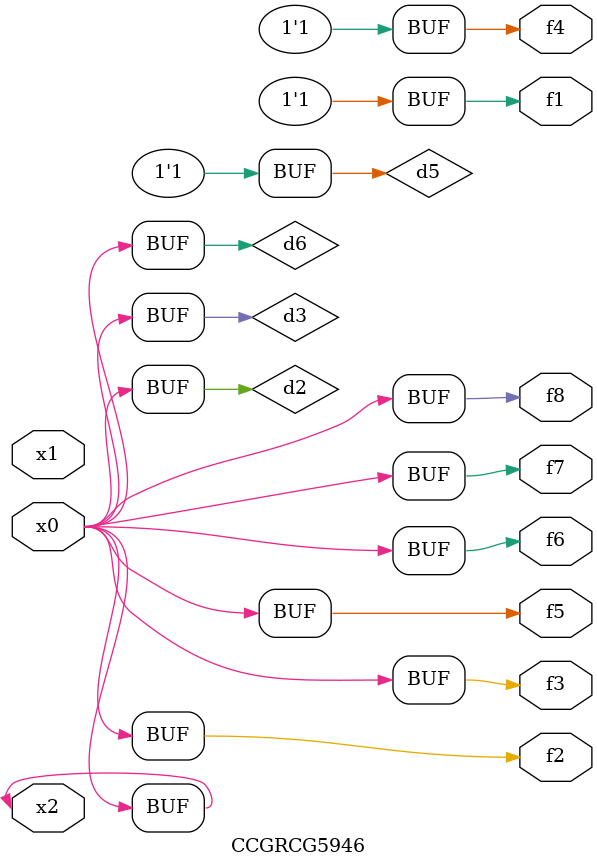
<source format=v>
module CCGRCG5946(
	input x0, x1, x2,
	output f1, f2, f3, f4, f5, f6, f7, f8
);

	wire d1, d2, d3, d4, d5, d6;

	xnor (d1, x2);
	buf (d2, x0, x2);
	and (d3, x0);
	xnor (d4, x1, x2);
	nand (d5, d1, d3);
	buf (d6, d2, d3);
	assign f1 = d5;
	assign f2 = d6;
	assign f3 = d6;
	assign f4 = d5;
	assign f5 = d6;
	assign f6 = d6;
	assign f7 = d6;
	assign f8 = d6;
endmodule

</source>
